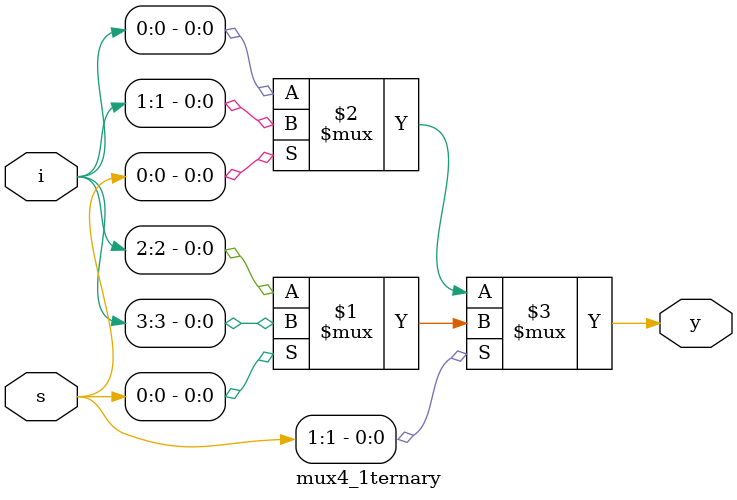
<source format=v>
module mux4_1ternary(y,i,s);
  input [3:0]i;
  input [1:0]s;
  output y;
  assign y=(s[1])?((s[0])?i[3]:i[2]):((s[0])?i[1]:i[0]);
endmodule 
</source>
